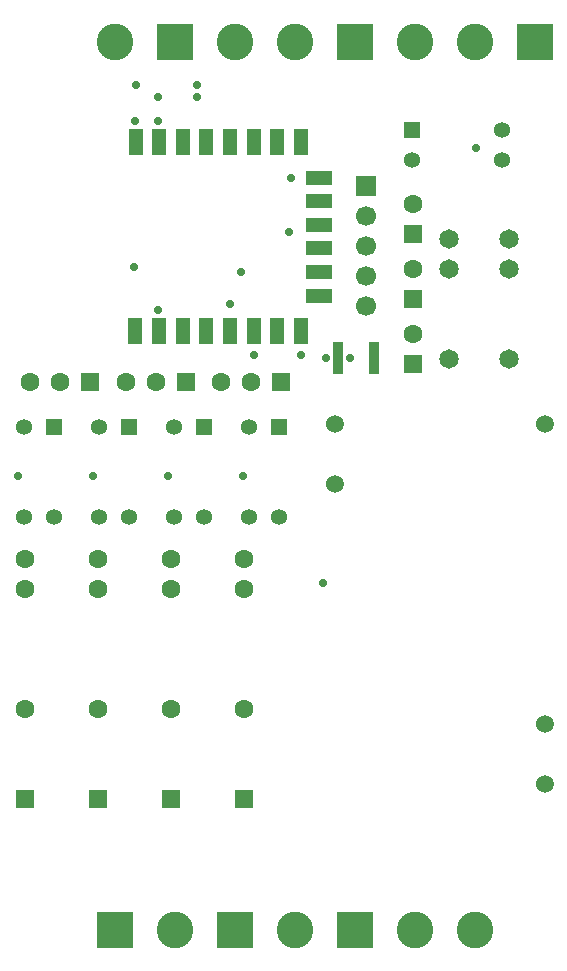
<source format=gts>
G04*
G04 #@! TF.GenerationSoftware,Altium Limited,Altium Designer,20.1.8 (145)*
G04*
G04 Layer_Color=8388736*
%FSLAX25Y25*%
%MOIN*%
G70*
G04*
G04 #@! TF.SameCoordinates,C1F37BB6-5B76-4B97-91C3-AF8EDC61D9EA*
G04*
G04*
G04 #@! TF.FilePolarity,Negative*
G04*
G01*
G75*
%ADD10R,0.03347X0.10630*%
%ADD11R,0.05118X0.09055*%
%ADD12R,0.09055X0.05118*%
%ADD13R,0.06299X0.06299*%
%ADD14C,0.06299*%
%ADD15C,0.05354*%
%ADD16R,0.05354X0.05354*%
%ADD17C,0.05994*%
%ADD18C,0.06496*%
%ADD19R,0.12205X0.12205*%
%ADD20C,0.12205*%
%ADD21R,0.06299X0.06299*%
%ADD22C,0.06331*%
%ADD23R,0.06331X0.06331*%
%ADD24R,0.05354X0.05354*%
%ADD25C,0.06693*%
%ADD26R,0.06693X0.06693*%
%ADD27C,0.02756*%
D10*
X112000Y212000D02*
D03*
X124008D02*
D03*
D11*
X44488Y283996D02*
D03*
X52362D02*
D03*
X60236D02*
D03*
X68110D02*
D03*
X75984D02*
D03*
X83858D02*
D03*
X91732D02*
D03*
X99606D02*
D03*
Y221004D02*
D03*
X91732D02*
D03*
X83858D02*
D03*
X75984D02*
D03*
X68110D02*
D03*
X60236D02*
D03*
X52362D02*
D03*
X44362D02*
D03*
D12*
X105512Y272185D02*
D03*
Y264311D02*
D03*
Y256437D02*
D03*
Y248563D02*
D03*
Y240689D02*
D03*
Y232815D02*
D03*
D13*
X136927Y231683D02*
D03*
Y253471D02*
D03*
Y209895D02*
D03*
D14*
Y241683D02*
D03*
Y263471D02*
D03*
Y219895D02*
D03*
X83027Y204057D02*
D03*
X73027D02*
D03*
X41239D02*
D03*
X51239D02*
D03*
X19451D02*
D03*
X9451D02*
D03*
D15*
X166500Y288000D02*
D03*
X136500Y278000D02*
D03*
X166500D02*
D03*
X82339Y158875D02*
D03*
Y188875D02*
D03*
X92339Y158875D02*
D03*
X57339D02*
D03*
Y188875D02*
D03*
X67339Y158875D02*
D03*
X7339D02*
D03*
X32339D02*
D03*
Y188875D02*
D03*
X7339D02*
D03*
X42339Y158875D02*
D03*
X17339D02*
D03*
D16*
X136500Y288000D02*
D03*
D17*
X180922Y190000D02*
D03*
X110922D02*
D03*
Y170000D02*
D03*
X180922Y70000D02*
D03*
Y90000D02*
D03*
D18*
X168822Y241841D02*
D03*
X148822D02*
D03*
Y211841D02*
D03*
Y251841D02*
D03*
X168822D02*
D03*
Y211841D02*
D03*
D19*
X177500Y317500D02*
D03*
X117500D02*
D03*
X57500D02*
D03*
X117500Y21500D02*
D03*
X37500D02*
D03*
X77500D02*
D03*
D20*
X137500Y317500D02*
D03*
X157500D02*
D03*
X77500D02*
D03*
X97500D02*
D03*
X37500D02*
D03*
X157500Y21500D02*
D03*
X137500D02*
D03*
X57500D02*
D03*
X97500D02*
D03*
D21*
X93028Y204057D02*
D03*
X61239D02*
D03*
X29451D02*
D03*
D22*
X80500Y145000D02*
D03*
Y135000D02*
D03*
Y95000D02*
D03*
X56180D02*
D03*
Y135000D02*
D03*
Y145000D02*
D03*
X31860Y95000D02*
D03*
Y135000D02*
D03*
Y145000D02*
D03*
X7540D02*
D03*
Y135000D02*
D03*
Y95000D02*
D03*
D23*
X80500Y65000D02*
D03*
X56180D02*
D03*
X31860D02*
D03*
X7540D02*
D03*
D24*
X92339Y188875D02*
D03*
X67339D02*
D03*
X17339D02*
D03*
X42339D02*
D03*
D25*
X121420Y259500D02*
D03*
Y239500D02*
D03*
Y229500D02*
D03*
Y249500D02*
D03*
D26*
Y269500D02*
D03*
D27*
X106900Y137000D02*
D03*
X158000Y282000D02*
D03*
X95500Y254000D02*
D03*
X96331Y272118D02*
D03*
X52000Y291000D02*
D03*
X80200Y172700D02*
D03*
X83858Y213142D02*
D03*
X52000Y228000D02*
D03*
X79500Y240787D02*
D03*
X44296Y291083D02*
D03*
X44000Y242500D02*
D03*
X99606Y213106D02*
D03*
X5200Y172700D02*
D03*
X76000Y230000D02*
D03*
X55200Y172700D02*
D03*
X30200D02*
D03*
X65125Y303125D02*
D03*
X65000Y299000D02*
D03*
X52000D02*
D03*
X44500Y303000D02*
D03*
X108000Y212000D02*
D03*
X116000D02*
D03*
M02*

</source>
